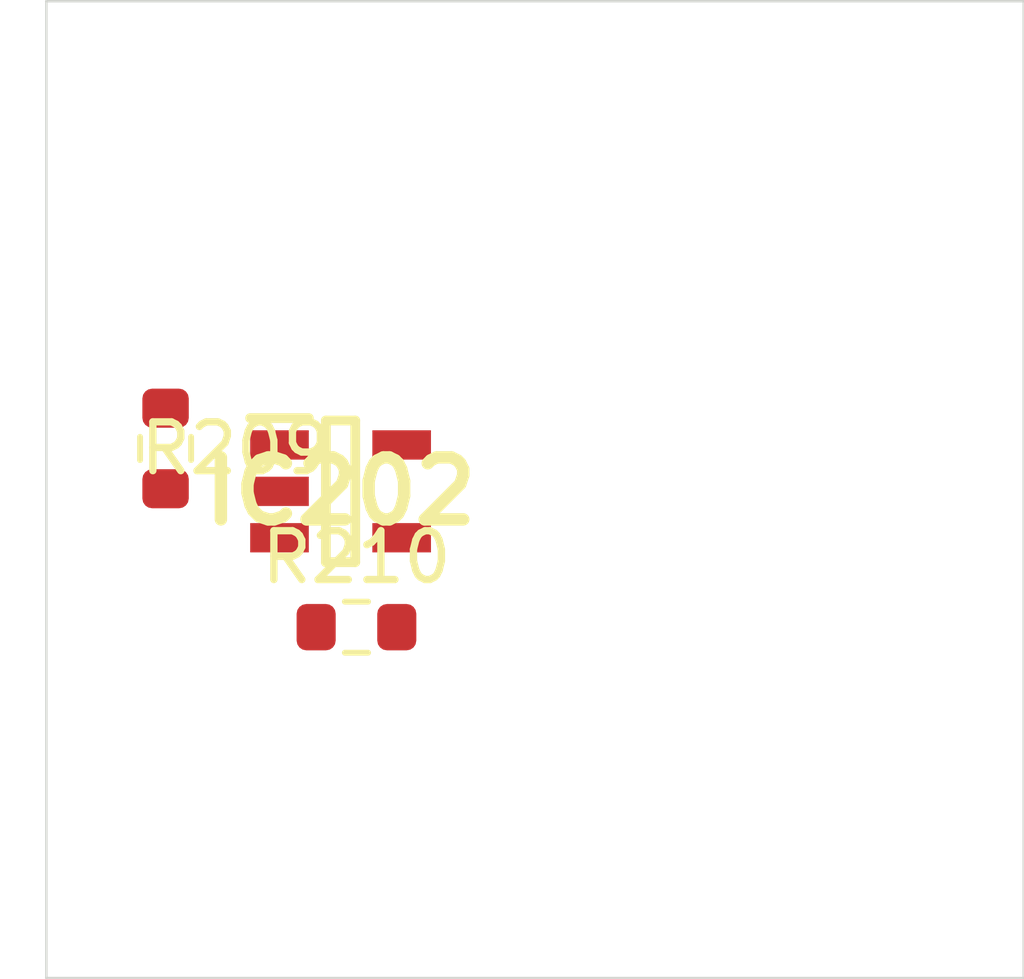
<source format=kicad_pcb>
 ( kicad_pcb  ( version 20171130 )
 ( host pcbnew 5.1.12-84ad8e8a86~92~ubuntu18.04.1 )
 ( general  ( thickness 1.6 )
 ( drawings 4 )
 ( tracks 0 )
 ( zones 0 )
 ( modules 3 )
 ( nets 5 )
)
 ( page A4 )
 ( layers  ( 0 F.Cu signal )
 ( 31 B.Cu signal )
 ( 32 B.Adhes user )
 ( 33 F.Adhes user )
 ( 34 B.Paste user )
 ( 35 F.Paste user )
 ( 36 B.SilkS user )
 ( 37 F.SilkS user )
 ( 38 B.Mask user )
 ( 39 F.Mask user )
 ( 40 Dwgs.User user )
 ( 41 Cmts.User user )
 ( 42 Eco1.User user )
 ( 43 Eco2.User user )
 ( 44 Edge.Cuts user )
 ( 45 Margin user )
 ( 46 B.CrtYd user )
 ( 47 F.CrtYd user )
 ( 48 B.Fab user )
 ( 49 F.Fab user )
)
 ( setup  ( last_trace_width 0.25 )
 ( trace_clearance 0.2 )
 ( zone_clearance 0.508 )
 ( zone_45_only no )
 ( trace_min 0.2 )
 ( via_size 0.8 )
 ( via_drill 0.4 )
 ( via_min_size 0.4 )
 ( via_min_drill 0.3 )
 ( uvia_size 0.3 )
 ( uvia_drill 0.1 )
 ( uvias_allowed no )
 ( uvia_min_size 0.2 )
 ( uvia_min_drill 0.1 )
 ( edge_width 0.05 )
 ( segment_width 0.2 )
 ( pcb_text_width 0.3 )
 ( pcb_text_size 1.5 1.5 )
 ( mod_edge_width 0.12 )
 ( mod_text_size 1 1 )
 ( mod_text_width 0.15 )
 ( pad_size 1.524 1.524 )
 ( pad_drill 0.762 )
 ( pad_to_mask_clearance 0 )
 ( aux_axis_origin 0 0 )
 ( visible_elements FFFFFF7F )
 ( pcbplotparams  ( layerselection 0x010fc_ffffffff )
 ( usegerberextensions false )
 ( usegerberattributes true )
 ( usegerberadvancedattributes true )
 ( creategerberjobfile true )
 ( excludeedgelayer true )
 ( linewidth 0.100000 )
 ( plotframeref false )
 ( viasonmask false )
 ( mode 1 )
 ( useauxorigin false )
 ( hpglpennumber 1 )
 ( hpglpenspeed 20 )
 ( hpglpendiameter 15.000000 )
 ( psnegative false )
 ( psa4output false )
 ( plotreference true )
 ( plotvalue true )
 ( plotinvisibletext false )
 ( padsonsilk false )
 ( subtractmaskfromsilk false )
 ( outputformat 1 )
 ( mirror false )
 ( drillshape 1 )
 ( scaleselection 1 )
 ( outputdirectory "" )
)
)
 ( net 0 "" )
 ( net 1 GND )
 ( net 2 VDDA )
 ( net 3 /Sheet6235D886/vp )
 ( net 4 "Net-(IC202-Pad3)" )
 ( net_class Default "This is the default net class."  ( clearance 0.2 )
 ( trace_width 0.25 )
 ( via_dia 0.8 )
 ( via_drill 0.4 )
 ( uvia_dia 0.3 )
 ( uvia_drill 0.1 )
 ( add_net /Sheet6235D886/vp )
 ( add_net GND )
 ( add_net "Net-(IC202-Pad3)" )
 ( add_net VDDA )
)
 ( module SOT95P280X145-5N locked  ( layer F.Cu )
 ( tedit 62336ED7 )
 ( tstamp 623423ED )
 ( at 86.020900 110.035000 )
 ( descr DBV0005A )
 ( tags "Integrated Circuit" )
 ( path /6235D887/6266C08E )
 ( attr smd )
 ( fp_text reference IC202  ( at 0 0 )
 ( layer F.SilkS )
 ( effects  ( font  ( size 1.27 1.27 )
 ( thickness 0.254 )
)
)
)
 ( fp_text value TL071HIDBVR  ( at 0 0 )
 ( layer F.SilkS )
hide  ( effects  ( font  ( size 1.27 1.27 )
 ( thickness 0.254 )
)
)
)
 ( fp_line  ( start -1.85 -1.5 )
 ( end -0.65 -1.5 )
 ( layer F.SilkS )
 ( width 0.2 )
)
 ( fp_line  ( start -0.3 1.45 )
 ( end -0.3 -1.45 )
 ( layer F.SilkS )
 ( width 0.2 )
)
 ( fp_line  ( start 0.3 1.45 )
 ( end -0.3 1.45 )
 ( layer F.SilkS )
 ( width 0.2 )
)
 ( fp_line  ( start 0.3 -1.45 )
 ( end 0.3 1.45 )
 ( layer F.SilkS )
 ( width 0.2 )
)
 ( fp_line  ( start -0.3 -1.45 )
 ( end 0.3 -1.45 )
 ( layer F.SilkS )
 ( width 0.2 )
)
 ( fp_line  ( start -0.8 -0.5 )
 ( end 0.15 -1.45 )
 ( layer Dwgs.User )
 ( width 0.1 )
)
 ( fp_line  ( start -0.8 1.45 )
 ( end -0.8 -1.45 )
 ( layer Dwgs.User )
 ( width 0.1 )
)
 ( fp_line  ( start 0.8 1.45 )
 ( end -0.8 1.45 )
 ( layer Dwgs.User )
 ( width 0.1 )
)
 ( fp_line  ( start 0.8 -1.45 )
 ( end 0.8 1.45 )
 ( layer Dwgs.User )
 ( width 0.1 )
)
 ( fp_line  ( start -0.8 -1.45 )
 ( end 0.8 -1.45 )
 ( layer Dwgs.User )
 ( width 0.1 )
)
 ( fp_line  ( start -2.1 1.775 )
 ( end -2.1 -1.775 )
 ( layer Dwgs.User )
 ( width 0.05 )
)
 ( fp_line  ( start 2.1 1.775 )
 ( end -2.1 1.775 )
 ( layer Dwgs.User )
 ( width 0.05 )
)
 ( fp_line  ( start 2.1 -1.775 )
 ( end 2.1 1.775 )
 ( layer Dwgs.User )
 ( width 0.05 )
)
 ( fp_line  ( start -2.1 -1.775 )
 ( end 2.1 -1.775 )
 ( layer Dwgs.User )
 ( width 0.05 )
)
 ( pad 1 smd rect  ( at -1.25 -0.95 90.000000 )
 ( size 0.6 1.2 )
 ( layers F.Cu F.Mask F.Paste )
 ( net 3 /Sheet6235D886/vp )
)
 ( pad 2 smd rect  ( at -1.25 0 90.000000 )
 ( size 0.6 1.2 )
 ( layers F.Cu F.Mask F.Paste )
 ( net 1 GND )
)
 ( pad 3 smd rect  ( at -1.25 0.95 90.000000 )
 ( size 0.6 1.2 )
 ( layers F.Cu F.Mask F.Paste )
 ( net 4 "Net-(IC202-Pad3)" )
)
 ( pad 4 smd rect  ( at 1.25 0.95 90.000000 )
 ( size 0.6 1.2 )
 ( layers F.Cu F.Mask F.Paste )
 ( net 3 /Sheet6235D886/vp )
)
 ( pad 5 smd rect  ( at 1.25 -0.95 90.000000 )
 ( size 0.6 1.2 )
 ( layers F.Cu F.Mask F.Paste )
 ( net 2 VDDA )
)
)
 ( module Resistor_SMD:R_0603_1608Metric  ( layer F.Cu )
 ( tedit 5F68FEEE )
 ( tstamp 62342595 )
 ( at 82.439700 109.157000 270.000000 )
 ( descr "Resistor SMD 0603 (1608 Metric), square (rectangular) end terminal, IPC_7351 nominal, (Body size source: IPC-SM-782 page 72, https://www.pcb-3d.com/wordpress/wp-content/uploads/ipc-sm-782a_amendment_1_and_2.pdf), generated with kicad-footprint-generator" )
 ( tags resistor )
 ( path /6235D887/623CDBD9 )
 ( attr smd )
 ( fp_text reference R209  ( at 0 -1.43 )
 ( layer F.SilkS )
 ( effects  ( font  ( size 1 1 )
 ( thickness 0.15 )
)
)
)
 ( fp_text value 100k  ( at 0 1.43 )
 ( layer F.Fab )
 ( effects  ( font  ( size 1 1 )
 ( thickness 0.15 )
)
)
)
 ( fp_line  ( start -0.8 0.4125 )
 ( end -0.8 -0.4125 )
 ( layer F.Fab )
 ( width 0.1 )
)
 ( fp_line  ( start -0.8 -0.4125 )
 ( end 0.8 -0.4125 )
 ( layer F.Fab )
 ( width 0.1 )
)
 ( fp_line  ( start 0.8 -0.4125 )
 ( end 0.8 0.4125 )
 ( layer F.Fab )
 ( width 0.1 )
)
 ( fp_line  ( start 0.8 0.4125 )
 ( end -0.8 0.4125 )
 ( layer F.Fab )
 ( width 0.1 )
)
 ( fp_line  ( start -0.237258 -0.5225 )
 ( end 0.237258 -0.5225 )
 ( layer F.SilkS )
 ( width 0.12 )
)
 ( fp_line  ( start -0.237258 0.5225 )
 ( end 0.237258 0.5225 )
 ( layer F.SilkS )
 ( width 0.12 )
)
 ( fp_line  ( start -1.48 0.73 )
 ( end -1.48 -0.73 )
 ( layer F.CrtYd )
 ( width 0.05 )
)
 ( fp_line  ( start -1.48 -0.73 )
 ( end 1.48 -0.73 )
 ( layer F.CrtYd )
 ( width 0.05 )
)
 ( fp_line  ( start 1.48 -0.73 )
 ( end 1.48 0.73 )
 ( layer F.CrtYd )
 ( width 0.05 )
)
 ( fp_line  ( start 1.48 0.73 )
 ( end -1.48 0.73 )
 ( layer F.CrtYd )
 ( width 0.05 )
)
 ( fp_text user %R  ( at 0 0 )
 ( layer F.Fab )
 ( effects  ( font  ( size 0.4 0.4 )
 ( thickness 0.06 )
)
)
)
 ( pad 1 smd roundrect  ( at -0.825 0 270.000000 )
 ( size 0.8 0.95 )
 ( layers F.Cu F.Mask F.Paste )
 ( roundrect_rratio 0.25 )
 ( net 2 VDDA )
)
 ( pad 2 smd roundrect  ( at 0.825 0 270.000000 )
 ( size 0.8 0.95 )
 ( layers F.Cu F.Mask F.Paste )
 ( roundrect_rratio 0.25 )
 ( net 4 "Net-(IC202-Pad3)" )
)
 ( model ${KISYS3DMOD}/Resistor_SMD.3dshapes/R_0603_1608Metric.wrl  ( at  ( xyz 0 0 0 )
)
 ( scale  ( xyz 1 1 1 )
)
 ( rotate  ( xyz 0 0 0 )
)
)
)
 ( module Resistor_SMD:R_0603_1608Metric  ( layer F.Cu )
 ( tedit 5F68FEEE )
 ( tstamp 623425A6 )
 ( at 86.346100 112.816000 )
 ( descr "Resistor SMD 0603 (1608 Metric), square (rectangular) end terminal, IPC_7351 nominal, (Body size source: IPC-SM-782 page 72, https://www.pcb-3d.com/wordpress/wp-content/uploads/ipc-sm-782a_amendment_1_and_2.pdf), generated with kicad-footprint-generator" )
 ( tags resistor )
 ( path /6235D887/623CDBDF )
 ( attr smd )
 ( fp_text reference R210  ( at 0 -1.43 )
 ( layer F.SilkS )
 ( effects  ( font  ( size 1 1 )
 ( thickness 0.15 )
)
)
)
 ( fp_text value 100k  ( at 0 1.43 )
 ( layer F.Fab )
 ( effects  ( font  ( size 1 1 )
 ( thickness 0.15 )
)
)
)
 ( fp_line  ( start 1.48 0.73 )
 ( end -1.48 0.73 )
 ( layer F.CrtYd )
 ( width 0.05 )
)
 ( fp_line  ( start 1.48 -0.73 )
 ( end 1.48 0.73 )
 ( layer F.CrtYd )
 ( width 0.05 )
)
 ( fp_line  ( start -1.48 -0.73 )
 ( end 1.48 -0.73 )
 ( layer F.CrtYd )
 ( width 0.05 )
)
 ( fp_line  ( start -1.48 0.73 )
 ( end -1.48 -0.73 )
 ( layer F.CrtYd )
 ( width 0.05 )
)
 ( fp_line  ( start -0.237258 0.5225 )
 ( end 0.237258 0.5225 )
 ( layer F.SilkS )
 ( width 0.12 )
)
 ( fp_line  ( start -0.237258 -0.5225 )
 ( end 0.237258 -0.5225 )
 ( layer F.SilkS )
 ( width 0.12 )
)
 ( fp_line  ( start 0.8 0.4125 )
 ( end -0.8 0.4125 )
 ( layer F.Fab )
 ( width 0.1 )
)
 ( fp_line  ( start 0.8 -0.4125 )
 ( end 0.8 0.4125 )
 ( layer F.Fab )
 ( width 0.1 )
)
 ( fp_line  ( start -0.8 -0.4125 )
 ( end 0.8 -0.4125 )
 ( layer F.Fab )
 ( width 0.1 )
)
 ( fp_line  ( start -0.8 0.4125 )
 ( end -0.8 -0.4125 )
 ( layer F.Fab )
 ( width 0.1 )
)
 ( fp_text user %R  ( at 0 0 )
 ( layer F.Fab )
 ( effects  ( font  ( size 0.4 0.4 )
 ( thickness 0.06 )
)
)
)
 ( pad 2 smd roundrect  ( at 0.825 0 )
 ( size 0.8 0.95 )
 ( layers F.Cu F.Mask F.Paste )
 ( roundrect_rratio 0.25 )
 ( net 1 GND )
)
 ( pad 1 smd roundrect  ( at -0.825 0 )
 ( size 0.8 0.95 )
 ( layers F.Cu F.Mask F.Paste )
 ( roundrect_rratio 0.25 )
 ( net 4 "Net-(IC202-Pad3)" )
)
 ( model ${KISYS3DMOD}/Resistor_SMD.3dshapes/R_0603_1608Metric.wrl  ( at  ( xyz 0 0 0 )
)
 ( scale  ( xyz 1 1 1 )
)
 ( rotate  ( xyz 0 0 0 )
)
)
)
 ( gr_line  ( start 100 100 )
 ( end 100 120 )
 ( layer Edge.Cuts )
 ( width 0.05 )
 ( tstamp 62E770C4 )
)
 ( gr_line  ( start 80 120 )
 ( end 100 120 )
 ( layer Edge.Cuts )
 ( width 0.05 )
 ( tstamp 62E770C0 )
)
 ( gr_line  ( start 80 100 )
 ( end 100 100 )
 ( layer Edge.Cuts )
 ( width 0.05 )
 ( tstamp 6234110C )
)
 ( gr_line  ( start 80 100 )
 ( end 80 120 )
 ( layer Edge.Cuts )
 ( width 0.05 )
)
)

</source>
